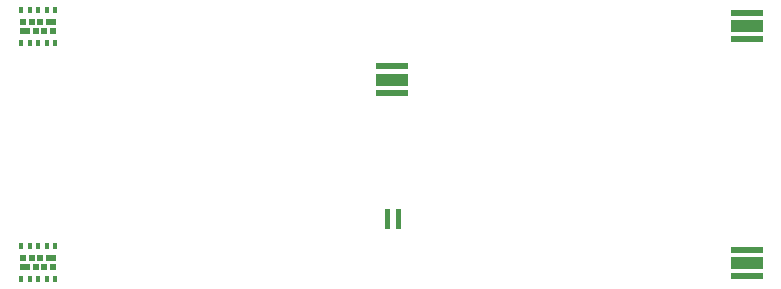
<source format=gbr>
G04 EAGLE Gerber RS-274X export*
G75*
%MOMM*%
%FSLAX34Y34*%
%LPD*%
%INSolderpaste Top*%
%IPPOS*%
%AMOC8*
5,1,8,0,0,1.08239X$1,22.5*%
G01*
%ADD10C,0.090000*%
%ADD11R,0.430000X0.500000*%
%ADD12R,0.420000X0.500000*%
%ADD13R,0.830000X0.555000*%
%ADD14R,0.560000X0.555000*%
%ADD15R,2.700000X1.000000*%
%ADD16R,2.700000X0.500000*%
%ADD17R,2.800000X1.000000*%
%ADD18R,2.800000X0.550000*%


D10*
X402700Y145800D02*
X406300Y145800D01*
X406300Y129200D01*
X402700Y129200D01*
X402700Y145800D01*
X402700Y130055D02*
X406300Y130055D01*
X406300Y130910D02*
X402700Y130910D01*
X402700Y131765D02*
X406300Y131765D01*
X406300Y132620D02*
X402700Y132620D01*
X402700Y133475D02*
X406300Y133475D01*
X406300Y134330D02*
X402700Y134330D01*
X402700Y135185D02*
X406300Y135185D01*
X406300Y136040D02*
X402700Y136040D01*
X402700Y136895D02*
X406300Y136895D01*
X406300Y137750D02*
X402700Y137750D01*
X402700Y138605D02*
X406300Y138605D01*
X406300Y139460D02*
X402700Y139460D01*
X402700Y140315D02*
X406300Y140315D01*
X406300Y141170D02*
X402700Y141170D01*
X402700Y142025D02*
X406300Y142025D01*
X406300Y142880D02*
X402700Y142880D01*
X402700Y143735D02*
X406300Y143735D01*
X406300Y144590D02*
X402700Y144590D01*
X402700Y145445D02*
X406300Y145445D01*
X397300Y145800D02*
X393700Y145800D01*
X397300Y145800D02*
X397300Y129200D01*
X393700Y129200D01*
X393700Y145800D01*
X393700Y130055D02*
X397300Y130055D01*
X397300Y130910D02*
X393700Y130910D01*
X393700Y131765D02*
X397300Y131765D01*
X397300Y132620D02*
X393700Y132620D01*
X393700Y133475D02*
X397300Y133475D01*
X397300Y134330D02*
X393700Y134330D01*
X393700Y135185D02*
X397300Y135185D01*
X397300Y136040D02*
X393700Y136040D01*
X393700Y136895D02*
X397300Y136895D01*
X397300Y137750D02*
X393700Y137750D01*
X393700Y138605D02*
X397300Y138605D01*
X397300Y139460D02*
X393700Y139460D01*
X393700Y140315D02*
X397300Y140315D01*
X397300Y141170D02*
X393700Y141170D01*
X393700Y142025D02*
X397300Y142025D01*
X397300Y142880D02*
X393700Y142880D01*
X393700Y143735D02*
X397300Y143735D01*
X397300Y144590D02*
X393700Y144590D01*
X393700Y145445D02*
X397300Y145445D01*
D11*
X114350Y314000D03*
X107150Y314000D03*
X85650Y314000D03*
X92850Y314000D03*
X114350Y286000D03*
X107150Y286000D03*
X92850Y286000D03*
X85650Y286000D03*
D12*
X100000Y314000D03*
X100000Y286000D03*
D13*
X110750Y303725D03*
D14*
X102000Y303725D03*
X94600Y303725D03*
X87200Y303725D03*
D13*
X89250Y296275D03*
D14*
X98000Y296275D03*
X105400Y296275D03*
X112800Y296275D03*
D11*
X114350Y114000D03*
X107150Y114000D03*
X85650Y114000D03*
X92850Y114000D03*
X114350Y86000D03*
X107150Y86000D03*
X92850Y86000D03*
X85650Y86000D03*
D12*
X100000Y114000D03*
X100000Y86000D03*
D13*
X110750Y103725D03*
D14*
X102000Y103725D03*
X94600Y103725D03*
X87200Y103725D03*
D13*
X89250Y96275D03*
D14*
X98000Y96275D03*
X105400Y96275D03*
X112800Y96275D03*
D15*
X700000Y300000D03*
D16*
X700000Y311000D03*
X700000Y289000D03*
D15*
X700000Y100000D03*
D16*
X700000Y111000D03*
X700000Y89000D03*
D17*
X400000Y255000D03*
D18*
X400000Y243750D03*
X400000Y266250D03*
M02*

</source>
